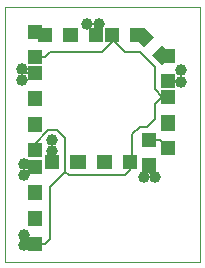
<source format=gtl>
G75*
%MOIN*%
%OFA0B0*%
%FSLAX24Y24*%
%IPPOS*%
%LPD*%
%AMOC8*
5,1,8,0,0,1.08239X$1,22.5*
%
%ADD10C,0.0000*%
%ADD11R,0.0472X0.0472*%
%ADD12R,0.0472X0.0472*%
%ADD13C,0.0397*%
%ADD14C,0.0060*%
D10*
X002517Y002517D02*
X002517Y011017D01*
X009017Y011017D01*
X009017Y002517D01*
X002517Y002517D01*
D11*
X003517Y003103D03*
X003517Y003930D03*
X003517Y003978D03*
X003517Y004805D03*
X003517Y004853D03*
X003517Y005680D03*
X003517Y006228D03*
X004103Y005829D03*
X004930Y005829D03*
X004978Y005829D03*
X005805Y005829D03*
X005853Y005829D03*
X006680Y005829D03*
X007329Y005728D03*
X007954Y006291D03*
X007329Y006555D03*
X007954Y007118D03*
X007954Y007166D03*
X007954Y007993D03*
X007954Y008541D03*
X007954Y009368D03*
X006930Y010079D03*
X006103Y010079D03*
X005555Y010079D03*
X004728Y010079D03*
X004680Y010079D03*
X003853Y010079D03*
X003517Y010180D03*
X003517Y009353D03*
X003517Y008805D03*
X003517Y007978D03*
X003517Y007930D03*
X003517Y007103D03*
X003517Y007055D03*
D12*
G36*
X006829Y009996D02*
X007162Y010329D01*
X007495Y009996D01*
X007162Y009663D01*
X006829Y009996D01*
G37*
G36*
X007413Y009412D02*
X007746Y009745D01*
X008079Y009412D01*
X007746Y009079D01*
X007413Y009412D01*
G37*
D13*
X008392Y008892D03*
X008392Y008517D03*
X005642Y010454D03*
X005267Y010454D03*
X003079Y008954D03*
X003079Y008579D03*
X004079Y006579D03*
X004079Y006204D03*
X003142Y005767D03*
X003142Y005392D03*
X003142Y003392D03*
X003142Y003079D03*
X007142Y005329D03*
X007517Y005329D03*
D14*
X007142Y005329D01*
X007329Y005517D02*
X007517Y005329D01*
X007329Y005517D02*
X007329Y005728D01*
X006767Y005916D02*
X006680Y005829D01*
X006680Y005555D01*
X006517Y005392D01*
X004642Y005392D01*
X004517Y005517D01*
X004517Y006642D01*
X004267Y006892D01*
X003954Y006892D01*
X003517Y006454D01*
X003517Y006228D01*
X003517Y006267D01*
X003142Y005767D02*
X003142Y005392D01*
X003228Y005680D02*
X003142Y005767D01*
X003228Y005680D02*
X003517Y005680D01*
X004103Y005829D02*
X004103Y006180D01*
X004079Y006204D01*
X004079Y006579D01*
X003517Y007055D02*
X003517Y007103D01*
X003517Y007930D02*
X003517Y007978D01*
X003079Y008579D02*
X003079Y008954D01*
X003228Y008805D01*
X003517Y008805D01*
X003517Y009353D02*
X003853Y009353D01*
X004017Y009517D01*
X005767Y009517D01*
X006103Y009853D01*
X006103Y010079D01*
X006103Y009930D01*
X006517Y009517D01*
X007017Y009517D01*
X007517Y009017D01*
X007517Y008267D01*
X007767Y008017D01*
X007930Y008017D01*
X007954Y007993D01*
X007743Y007993D01*
X007517Y007767D01*
X007517Y007267D01*
X007267Y007017D01*
X007017Y007017D01*
X006767Y006767D01*
X006767Y005916D01*
X007329Y006555D02*
X007690Y006555D01*
X007954Y006291D01*
X007954Y007118D02*
X007954Y007166D01*
X007954Y008541D02*
X008368Y008541D01*
X008392Y008517D01*
X008392Y008892D01*
X007954Y009368D02*
X007910Y009412D01*
X007746Y009412D01*
X007162Y009996D02*
X007079Y010079D01*
X006930Y010079D01*
X005642Y010454D02*
X005555Y010368D01*
X005555Y010079D01*
X005642Y010454D02*
X005267Y010454D01*
X004728Y010079D02*
X004680Y010079D01*
X003853Y010079D02*
X003752Y010180D01*
X003517Y010180D01*
X004930Y005829D02*
X004978Y005829D01*
X004517Y005517D02*
X004017Y005017D01*
X004017Y003267D01*
X003853Y003103D01*
X003517Y003103D01*
X003493Y003079D01*
X003142Y003079D01*
X003142Y003392D01*
X003517Y003930D02*
X003517Y003978D01*
X003517Y004805D02*
X003517Y004853D01*
X005805Y005829D02*
X005853Y005829D01*
M02*

</source>
